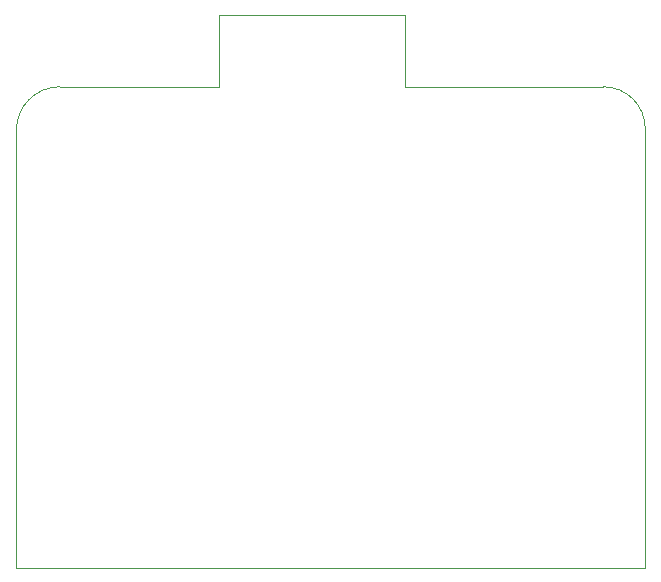
<source format=gbr>
%TF.GenerationSoftware,KiCad,Pcbnew,7.0.2*%
%TF.CreationDate,2023-05-16T00:14:24-03:00*%
%TF.ProjectId,fullWirelessComTractian,66756c6c-5769-4726-956c-657373436f6d,rev?*%
%TF.SameCoordinates,Original*%
%TF.FileFunction,Profile,NP*%
%FSLAX46Y46*%
G04 Gerber Fmt 4.6, Leading zero omitted, Abs format (unit mm)*
G04 Created by KiCad (PCBNEW 7.0.2) date 2023-05-16 00:14:24*
%MOMM*%
%LPD*%
G01*
G04 APERTURE LIST*
%TA.AperFunction,Profile*%
%ADD10C,0.100000*%
%TD*%
G04 APERTURE END LIST*
D10*
X161110000Y-92520000D02*
X161110000Y-86420000D01*
X131880000Y-92519784D02*
X145310000Y-92519784D01*
X181440056Y-96070000D02*
G75*
G03*
X177890000Y-92519944I-3550056J0D01*
G01*
X177890000Y-92519944D02*
X161110000Y-92519944D01*
X128189784Y-96210000D02*
X128189784Y-133230000D01*
X181440056Y-96070000D02*
X181440056Y-133230000D01*
X145310000Y-86420000D02*
X145310000Y-92520000D01*
X131880000Y-92519184D02*
G75*
G03*
X128189784Y-96209377I0J-3690216D01*
G01*
X128190000Y-133230000D02*
X181440000Y-133230000D01*
X161110000Y-86420000D02*
X145370000Y-86420000D01*
X145370000Y-86420000D02*
X145310000Y-86420000D01*
M02*

</source>
